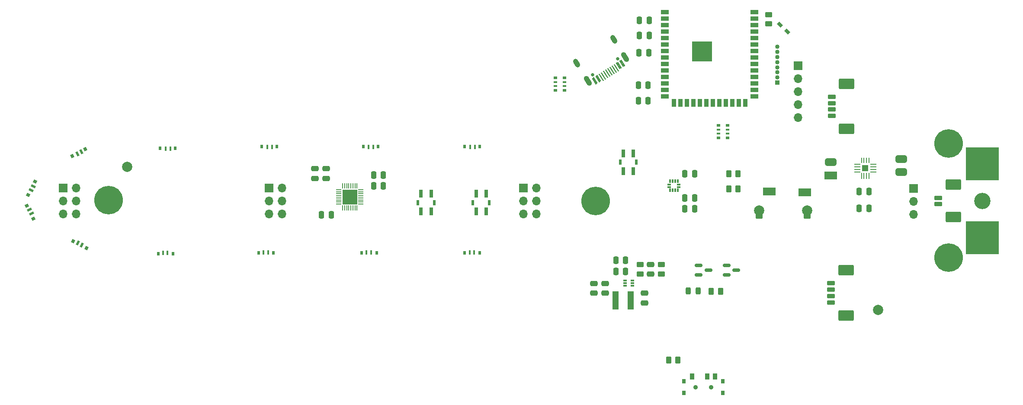
<source format=gbr>
%TF.GenerationSoftware,KiCad,Pcbnew,9.0.2*%
%TF.CreationDate,2025-06-18T16:04:02-05:00*%
%TF.ProjectId,NeoSword,4e656f53-776f-4726-942e-6b696361645f,rev?*%
%TF.SameCoordinates,Original*%
%TF.FileFunction,Soldermask,Top*%
%TF.FilePolarity,Negative*%
%FSLAX46Y46*%
G04 Gerber Fmt 4.6, Leading zero omitted, Abs format (unit mm)*
G04 Created by KiCad (PCBNEW 9.0.2) date 2025-06-18 16:04:02*
%MOMM*%
%LPD*%
G01*
G04 APERTURE LIST*
G04 Aperture macros list*
%AMRoundRect*
0 Rectangle with rounded corners*
0 $1 Rounding radius*
0 $2 $3 $4 $5 $6 $7 $8 $9 X,Y pos of 4 corners*
0 Add a 4 corners polygon primitive as box body*
4,1,4,$2,$3,$4,$5,$6,$7,$8,$9,$2,$3,0*
0 Add four circle primitives for the rounded corners*
1,1,$1+$1,$2,$3*
1,1,$1+$1,$4,$5*
1,1,$1+$1,$6,$7*
1,1,$1+$1,$8,$9*
0 Add four rect primitives between the rounded corners*
20,1,$1+$1,$2,$3,$4,$5,0*
20,1,$1+$1,$4,$5,$6,$7,0*
20,1,$1+$1,$6,$7,$8,$9,0*
20,1,$1+$1,$8,$9,$2,$3,0*%
%AMHorizOval*
0 Thick line with rounded ends*
0 $1 width*
0 $2 $3 position (X,Y) of the first rounded end (center of the circle)*
0 $4 $5 position (X,Y) of the second rounded end (center of the circle)*
0 Add line between two ends*
20,1,$1,$2,$3,$4,$5,0*
0 Add two circle primitives to create the rounded ends*
1,1,$1,$2,$3*
1,1,$1,$4,$5*%
%AMRotRect*
0 Rectangle, with rotation*
0 The origin of the aperture is its center*
0 $1 length*
0 $2 width*
0 $3 Rotation angle, in degrees counterclockwise*
0 Add horizontal line*
21,1,$1,$2,0,0,$3*%
%AMFreePoly0*
4,1,6,1.000000,0.000000,0.500000,-0.750000,-0.500000,-0.750000,-0.500000,0.750000,0.500000,0.750000,1.000000,0.000000,1.000000,0.000000,$1*%
%AMFreePoly1*
4,1,6,0.500000,-0.750000,-0.650000,-0.750000,-0.150000,0.000000,-0.650000,0.750000,0.500000,0.750000,0.500000,-0.750000,0.500000,-0.750000,$1*%
%AMFreePoly2*
4,1,23,0.500000,-0.750000,0.000000,-0.750000,0.000000,-0.745722,-0.065263,-0.745722,-0.191342,-0.711940,-0.304381,-0.646677,-0.396677,-0.554381,-0.461940,-0.441342,-0.495722,-0.315263,-0.495722,-0.250000,-0.500000,-0.250000,-0.500000,0.250000,-0.495722,0.250000,-0.495722,0.315263,-0.461940,0.441342,-0.396677,0.554381,-0.304381,0.646677,-0.191342,0.711940,-0.065263,0.745722,0.000000,0.745722,
0.000000,0.750000,0.500000,0.750000,0.500000,-0.750000,0.500000,-0.750000,$1*%
%AMFreePoly3*
4,1,23,0.000000,0.745722,0.065263,0.745722,0.191342,0.711940,0.304381,0.646677,0.396677,0.554381,0.461940,0.441342,0.495722,0.315263,0.495722,0.250000,0.500000,0.250000,0.500000,-0.250000,0.495722,-0.250000,0.495722,-0.315263,0.461940,-0.441342,0.396677,-0.554381,0.304381,-0.646677,0.191342,-0.711940,0.065263,-0.745722,0.000000,-0.745722,0.000000,-0.750000,-0.500000,-0.750000,
-0.500000,0.750000,0.000000,0.750000,0.000000,0.745722,0.000000,0.745722,$1*%
G04 Aperture macros list end*
%ADD10R,1.500000X0.900000*%
%ADD11R,0.900000X1.500000*%
%ADD12C,0.600000*%
%ADD13R,3.900000X3.900000*%
%ADD14FreePoly0,0.000000*%
%ADD15FreePoly1,0.000000*%
%ADD16RoundRect,0.250000X-0.250000X-0.475000X0.250000X-0.475000X0.250000X0.475000X-0.250000X0.475000X0*%
%ADD17R,1.700000X1.700000*%
%ADD18O,1.700000X1.700000*%
%ADD19RoundRect,0.250000X-0.450000X0.262500X-0.450000X-0.262500X0.450000X-0.262500X0.450000X0.262500X0*%
%ADD20C,0.650000*%
%ADD21RotRect,0.250000X1.400000X212.500000*%
%ADD22RotRect,0.220000X1.600000X212.500000*%
%ADD23HorizOval,1.000000X-0.295515X0.463865X0.295515X-0.463865X0*%
%ADD24HorizOval,1.000000X-0.214920X0.337357X0.214920X-0.337357X0*%
%ADD25R,0.600000X0.700000*%
%ADD26R,0.440000X0.900000*%
%ADD27RoundRect,0.243750X-0.243750X-0.456250X0.243750X-0.456250X0.243750X0.456250X-0.243750X0.456250X0*%
%ADD28R,0.500000X1.000000*%
%ADD29R,0.800000X1.500000*%
%ADD30C,2.000000*%
%ADD31RoundRect,0.202500X-0.472500X0.497500X-0.472500X-0.497500X0.472500X-0.497500X0.472500X0.497500X0*%
%ADD32C,5.600000*%
%ADD33RoundRect,0.250000X-0.475000X0.250000X-0.475000X-0.250000X0.475000X-0.250000X0.475000X0.250000X0*%
%ADD34C,3.200000*%
%ADD35RoundRect,0.250000X0.475000X-0.250000X0.475000X0.250000X-0.475000X0.250000X-0.475000X-0.250000X0*%
%ADD36RoundRect,0.062500X-0.512500X-0.062500X0.512500X-0.062500X0.512500X0.062500X-0.512500X0.062500X0*%
%ADD37RoundRect,0.062500X-0.062500X-0.512500X0.062500X-0.512500X0.062500X0.512500X-0.062500X0.512500X0*%
%ADD38RoundRect,0.062500X-0.062500X-0.487500X0.062500X-0.487500X0.062500X0.487500X-0.062500X0.487500X0*%
%ADD39R,1.230000X1.230000*%
%ADD40R,0.800000X0.500000*%
%ADD41R,0.800000X0.400000*%
%ADD42RoundRect,0.150000X-0.587500X-0.150000X0.587500X-0.150000X0.587500X0.150000X-0.587500X0.150000X0*%
%ADD43RoundRect,0.200000X0.600000X-0.200000X0.600000X0.200000X-0.600000X0.200000X-0.600000X-0.200000X0*%
%ADD44RoundRect,0.250001X1.249999X-0.799999X1.249999X0.799999X-1.249999X0.799999X-1.249999X-0.799999X0*%
%ADD45RoundRect,0.250000X-0.262500X-0.450000X0.262500X-0.450000X0.262500X0.450000X-0.262500X0.450000X0*%
%ADD46RoundRect,0.250000X0.262500X0.450000X-0.262500X0.450000X-0.262500X-0.450000X0.262500X-0.450000X0*%
%ADD47R,6.400000X6.400000*%
%ADD48R,0.850000X0.850000*%
%ADD49O,0.850000X0.850000*%
%ADD50RotRect,0.600000X0.700000X243.000000*%
%ADD51RotRect,0.440000X0.900000X243.000000*%
%ADD52RoundRect,0.250000X0.250000X0.475000X-0.250000X0.475000X-0.250000X-0.475000X0.250000X-0.475000X0*%
%ADD53R,0.375000X0.700000*%
%ADD54R,0.700000X0.350000*%
%ADD55R,0.350000X0.700000*%
%ADD56RotRect,0.600000X0.700000X332.000000*%
%ADD57RotRect,0.440000X0.900000X332.000000*%
%ADD58FreePoly0,180.000000*%
%ADD59FreePoly1,180.000000*%
%ADD60FreePoly2,0.000000*%
%ADD61FreePoly3,0.000000*%
%ADD62RotRect,1.000000X0.600000X315.000000*%
%ADD63RoundRect,0.087500X-0.250000X-0.087500X0.250000X-0.087500X0.250000X0.087500X-0.250000X0.087500X0*%
%ADD64C,0.900000*%
%ADD65R,0.900000X1.250000*%
%ADD66R,0.800000X0.900000*%
%ADD67RotRect,0.600000X0.700000X208.000000*%
%ADD68RotRect,0.440000X0.900000X208.000000*%
%ADD69RoundRect,0.050000X0.050000X-0.450000X0.050000X0.450000X-0.050000X0.450000X-0.050000X-0.450000X0*%
%ADD70RoundRect,0.050000X0.450000X-0.050000X0.450000X0.050000X-0.450000X0.050000X-0.450000X-0.050000X0*%
%ADD71R,2.900000X2.900000*%
%ADD72R,1.150000X3.600000*%
%ADD73RotRect,0.600000X0.700000X297.000000*%
%ADD74RotRect,0.440000X0.900000X297.000000*%
G04 APERTURE END LIST*
%TO.C,JP6*%
G36*
X212500000Y-103100000D02*
G01*
X214950000Y-103100000D01*
X214950000Y-104600000D01*
X212500000Y-104600000D01*
X212500000Y-103100000D01*
G37*
%TO.C,JP5*%
G36*
X219425000Y-103250000D02*
G01*
X221875000Y-103250000D01*
X221875000Y-104750000D01*
X219425000Y-104750000D01*
X219425000Y-103250000D01*
G37*
%TO.C,JP1*%
G36*
X226975000Y-101450000D02*
G01*
X224525000Y-101450000D01*
X224525000Y-99950000D01*
X226975000Y-99950000D01*
X226975000Y-101450000D01*
G37*
%TO.C,JP4*%
G36*
X225600000Y-97350000D02*
G01*
X225900000Y-97350000D01*
X225900000Y-98850000D01*
X225600000Y-98850000D01*
X225600000Y-97350000D01*
G37*
%TO.C,JP3*%
G36*
X239400000Y-96750000D02*
G01*
X239700000Y-96750000D01*
X239700000Y-98250000D01*
X239400000Y-98250000D01*
X239400000Y-96750000D01*
G37*
%TO.C,JP2*%
G36*
X239400000Y-99250000D02*
G01*
X239700000Y-99250000D01*
X239700000Y-100750000D01*
X239400000Y-100750000D01*
X239400000Y-99250000D01*
G37*
%TD*%
D10*
%TO.C,U1*%
X193250000Y-68680000D03*
X193250000Y-69950000D03*
X193250000Y-71220000D03*
X193250000Y-72490000D03*
X193250000Y-73760000D03*
X193250000Y-75030000D03*
X193250000Y-76300000D03*
X193250000Y-77570000D03*
X193250000Y-78840000D03*
X193250000Y-80110000D03*
X193250000Y-81380000D03*
X193250000Y-82650000D03*
X193250000Y-83920000D03*
X193250000Y-85190000D03*
D11*
X195015000Y-86440000D03*
X196285000Y-86440000D03*
X197555000Y-86440000D03*
X198825000Y-86440000D03*
X200095000Y-86440000D03*
X201365000Y-86440000D03*
X202635000Y-86440000D03*
X203905000Y-86440000D03*
X205175000Y-86440000D03*
X206445000Y-86440000D03*
X207715000Y-86440000D03*
X208985000Y-86440000D03*
D10*
X210750000Y-85190000D03*
X210750000Y-83920000D03*
X210750000Y-82650000D03*
X210750000Y-81380000D03*
X210750000Y-80110000D03*
X210750000Y-78840000D03*
X210750000Y-77570000D03*
X210750000Y-76300000D03*
X210750000Y-75030000D03*
X210750000Y-73760000D03*
X210750000Y-72490000D03*
X210750000Y-71220000D03*
X210750000Y-69950000D03*
X210750000Y-68680000D03*
D12*
X199100000Y-75700000D03*
X199100000Y-77100000D03*
X199800000Y-75000000D03*
X199800000Y-76400000D03*
X199800000Y-77800000D03*
X200500000Y-75700000D03*
D13*
X200500000Y-76400000D03*
D12*
X200500000Y-77100000D03*
X201200000Y-75000000D03*
X201200000Y-76400000D03*
X201200000Y-77800000D03*
X201900000Y-75700000D03*
X201900000Y-77100000D03*
%TD*%
D14*
%TO.C,JP6*%
X213000000Y-103850000D03*
D15*
X214450000Y-103850000D03*
%TD*%
D16*
%TO.C,C19*%
X197162500Y-105100000D03*
X199062500Y-105100000D03*
%TD*%
D14*
%TO.C,JP5*%
X219925000Y-104000000D03*
D15*
X221375000Y-104000000D03*
%TD*%
D17*
%TO.C,J10*%
X219300000Y-79200000D03*
D18*
X219300000Y-81740000D03*
X219300000Y-84280000D03*
X219300000Y-86820000D03*
X219300000Y-89360000D03*
%TD*%
D19*
%TO.C,R5*%
X213600000Y-69187500D03*
X213600000Y-71012500D03*
%TD*%
D17*
%TO.C,J7*%
X165600000Y-103161482D03*
D18*
X168140000Y-103161482D03*
X165600000Y-105701482D03*
X168140000Y-105701482D03*
X165600000Y-108241482D03*
X168140000Y-108241482D03*
%TD*%
D20*
%TO.C,J11*%
X184025050Y-77881807D03*
X179150248Y-80987399D03*
D21*
X185036685Y-78660152D03*
X184361972Y-79089992D03*
D22*
X183340379Y-79859387D03*
X182496986Y-80396688D03*
X182075291Y-80665337D03*
X183762073Y-79590739D03*
D21*
X180102845Y-81803354D03*
X179428133Y-82233194D03*
X179638979Y-82098870D03*
X180313693Y-81669030D03*
D22*
X180810204Y-81471287D03*
X181653593Y-80933988D03*
X182918683Y-80128038D03*
X181231900Y-81202636D03*
D21*
X184151125Y-79224318D03*
X184825837Y-78794477D03*
D23*
X185499750Y-77535165D03*
D24*
X183269956Y-74035092D03*
X175983055Y-78677358D03*
D23*
X178212848Y-82177433D03*
%TD*%
D16*
%TO.C,C8*%
X126050000Y-108400000D03*
X127950000Y-108400000D03*
%TD*%
D25*
%TO.C,D12*%
X134230000Y-95000000D03*
D26*
X135300000Y-95100000D03*
X136200000Y-95100000D03*
D25*
X137150000Y-95000000D03*
%TD*%
D27*
%TO.C,D1*%
X197862500Y-123350000D03*
X199737500Y-123350000D03*
%TD*%
D28*
%TO.C,SW4*%
X155703331Y-106008449D03*
X158903331Y-106008449D03*
D29*
X156303331Y-107758449D03*
X156303331Y-104258449D03*
X158303331Y-107758449D03*
X158303331Y-104258449D03*
%TD*%
D30*
%TO.C,J12*%
X221100000Y-107550000D03*
D31*
X221100000Y-108500000D03*
D30*
X211750000Y-107550000D03*
D31*
X211700000Y-108500000D03*
%TD*%
D32*
%TO.C,H1*%
X248800000Y-94400000D03*
%TD*%
D33*
%TO.C,C21*%
X190500000Y-118150000D03*
X190500000Y-120050000D03*
%TD*%
D34*
%TO.C,H3*%
X255400000Y-105686482D03*
%TD*%
D25*
%TO.C,D3*%
X136826666Y-115900000D03*
D26*
X135756666Y-115800000D03*
X134856666Y-115800000D03*
D25*
X133906666Y-115900000D03*
%TD*%
D35*
%TO.C,C22*%
X179400000Y-123750000D03*
X179400000Y-121850000D03*
%TD*%
D36*
%TO.C,U2*%
X230940000Y-98510000D03*
X230940000Y-99010000D03*
X230940000Y-99510000D03*
X230940000Y-100010000D03*
D37*
X231740000Y-100810000D03*
X232240000Y-100810000D03*
X232740000Y-100810000D03*
X233240000Y-100810000D03*
D36*
X234040000Y-100010000D03*
X234040000Y-99510000D03*
X234040000Y-99010000D03*
X234040000Y-98510000D03*
D38*
X233240000Y-97710000D03*
X232740000Y-97710000D03*
X232240000Y-97710000D03*
X231740000Y-97710000D03*
D39*
X232490000Y-99260000D03*
%TD*%
D35*
%TO.C,C4*%
X126970000Y-101280000D03*
X126970000Y-99380000D03*
%TD*%
D40*
%TO.C,RN1*%
X171800000Y-81600000D03*
D41*
X171800000Y-82400000D03*
X171800000Y-83200000D03*
D40*
X171800000Y-84000000D03*
X173600000Y-84000000D03*
D41*
X173600000Y-83200000D03*
X173600000Y-82400000D03*
D40*
X173600000Y-81600000D03*
%TD*%
D42*
%TO.C,Q2*%
X199900000Y-118300000D03*
X199900000Y-120200000D03*
X201775000Y-119250000D03*
%TD*%
D25*
%TO.C,D8*%
X94480000Y-95350000D03*
D26*
X95550000Y-95450000D03*
X96450000Y-95450000D03*
D25*
X97400000Y-95350000D03*
%TD*%
D43*
%TO.C,J6*%
X225925000Y-89025000D03*
X225925000Y-87775000D03*
X225925000Y-86525000D03*
X225925000Y-85275000D03*
D44*
X228825000Y-91575000D03*
X228825000Y-82725000D03*
%TD*%
D45*
%TO.C,R1*%
X202337500Y-123400000D03*
X204162500Y-123400000D03*
%TD*%
D16*
%TO.C,C7*%
X136250000Y-102750000D03*
X138150000Y-102750000D03*
%TD*%
D46*
%TO.C,R4*%
X195812500Y-136900000D03*
X193987500Y-136900000D03*
%TD*%
D45*
%TO.C,R7*%
X205775000Y-103350000D03*
X207600000Y-103350000D03*
%TD*%
D35*
%TO.C,C23*%
X181600000Y-123750000D03*
X181600000Y-121850000D03*
%TD*%
D47*
%TO.C,J1*%
X255400000Y-112936482D03*
X255400000Y-98436482D03*
%TD*%
D48*
%TO.C,J5*%
X215300000Y-82500000D03*
D49*
X215300000Y-81500000D03*
X215300000Y-80500000D03*
X215300000Y-79500000D03*
X215300000Y-78500000D03*
X215300000Y-77500000D03*
X215300000Y-76500000D03*
X215300000Y-75500000D03*
%TD*%
D43*
%TO.C,J3*%
X246800000Y-106325000D03*
X246800000Y-105075000D03*
D44*
X249700000Y-108875000D03*
X249700000Y-102525000D03*
%TD*%
D40*
%TO.C,RN4*%
X203750000Y-90925000D03*
D41*
X203750000Y-91725000D03*
X203750000Y-92525000D03*
D40*
X203750000Y-93325000D03*
X205550000Y-93325000D03*
D41*
X205550000Y-92525000D03*
X205550000Y-91725000D03*
D40*
X205550000Y-90925000D03*
%TD*%
D16*
%TO.C,C15*%
X188050000Y-83000000D03*
X189950000Y-83000000D03*
%TD*%
D50*
%TO.C,D10*%
X68621787Y-104513227D03*
D51*
X69196657Y-103605250D03*
X69605250Y-102803343D03*
D50*
X69947439Y-101911488D03*
%TD*%
D52*
%TO.C,C14*%
X185550000Y-119500000D03*
X183650000Y-119500000D03*
%TD*%
D30*
%TO.C,REF\u002A\u002A*%
X235000000Y-127000000D03*
%TD*%
D25*
%TO.C,D4*%
X116653333Y-115900000D03*
D26*
X115583333Y-115800000D03*
X114683333Y-115800000D03*
D25*
X113733333Y-115900000D03*
%TD*%
D16*
%TO.C,C13*%
X188300000Y-73300000D03*
X190200000Y-73300000D03*
%TD*%
D43*
%TO.C,J8*%
X225800000Y-125575000D03*
X225800000Y-124325000D03*
X225800000Y-123075000D03*
X225800000Y-121825000D03*
D44*
X228700000Y-128125000D03*
X228700000Y-119275000D03*
%TD*%
D53*
%TO.C,U4*%
X194287500Y-101775000D03*
D54*
X194125000Y-102450000D03*
X194125000Y-102950000D03*
D53*
X194287500Y-103625000D03*
D55*
X194800000Y-103625000D03*
X195300000Y-103625000D03*
D53*
X195812500Y-103625000D03*
D54*
X195975000Y-102950000D03*
X195975000Y-102450000D03*
D53*
X195812500Y-101775000D03*
D55*
X195300000Y-101775000D03*
X194800000Y-101775000D03*
%TD*%
D56*
%TO.C,D5*%
X80046947Y-114911705D03*
D57*
X79149141Y-114321076D03*
X78354488Y-113898551D03*
D56*
X77468740Y-113540848D03*
%TD*%
D17*
%TO.C,J2*%
X75460000Y-103161482D03*
D18*
X78000000Y-103161482D03*
X75460000Y-105701482D03*
X78000000Y-105701482D03*
X75460000Y-108241482D03*
X78000000Y-108241482D03*
%TD*%
D17*
%TO.C,J4*%
X115780000Y-103161482D03*
D18*
X118320000Y-103161482D03*
X115780000Y-105701482D03*
X118320000Y-105701482D03*
X115780000Y-108241482D03*
X118320000Y-108241482D03*
%TD*%
D16*
%TO.C,C17*%
X197162500Y-100350000D03*
X199062500Y-100350000D03*
%TD*%
D58*
%TO.C,JP1*%
X226475000Y-100700000D03*
D59*
X225025000Y-100700000D03*
%TD*%
D60*
%TO.C,JP4*%
X225100000Y-98100000D03*
D61*
X226400000Y-98100000D03*
%TD*%
D16*
%TO.C,C3*%
X231300000Y-107100000D03*
X233200000Y-107100000D03*
%TD*%
D25*
%TO.C,D2*%
X157000000Y-115900000D03*
D26*
X155930000Y-115800000D03*
X155030000Y-115800000D03*
D25*
X154080000Y-115900000D03*
%TD*%
D32*
%TO.C,H2*%
X248800000Y-116800000D03*
%TD*%
D62*
%TO.C,D14*%
X215797182Y-71126472D03*
X217211396Y-72540686D03*
%TD*%
D28*
%TO.C,SW1*%
X184500000Y-98100000D03*
X187700000Y-98100000D03*
D29*
X185100000Y-99850000D03*
X185100000Y-96350000D03*
X187100000Y-99850000D03*
X187100000Y-96350000D03*
%TD*%
D25*
%TO.C,D7*%
X97000000Y-116000000D03*
D26*
X95930000Y-115900000D03*
X95030000Y-115900000D03*
D25*
X94080000Y-116000000D03*
%TD*%
D32*
%TO.C,H4*%
X84400000Y-105500000D03*
%TD*%
D45*
%TO.C,R6*%
X205775000Y-100400000D03*
X207600000Y-100400000D03*
%TD*%
D16*
%TO.C,C1*%
X188200000Y-76700000D03*
X190100000Y-76700000D03*
%TD*%
D19*
%TO.C,R2*%
X192600000Y-118187500D03*
X192600000Y-120012500D03*
%TD*%
D33*
%TO.C,C20*%
X189300000Y-123750000D03*
X189300000Y-125650000D03*
%TD*%
D60*
%TO.C,JP3*%
X238900000Y-97500000D03*
D61*
X240200000Y-97500000D03*
%TD*%
D32*
%TO.C,H5*%
X179700000Y-105700000D03*
%TD*%
D28*
%TO.C,SW3*%
X144903331Y-106008449D03*
X148103331Y-106008449D03*
D29*
X145503331Y-107758449D03*
X145503331Y-104258449D03*
X147503331Y-107758449D03*
X147503331Y-104258449D03*
%TD*%
D63*
%TO.C,U6*%
X185450000Y-121300000D03*
X185450000Y-121800000D03*
X185450000Y-122300000D03*
X186875000Y-122300000D03*
X186875000Y-121800000D03*
X186875000Y-121300000D03*
%TD*%
D64*
%TO.C,SW5*%
X202305000Y-142175000D03*
X199305000Y-142175000D03*
D65*
X203055000Y-140050000D03*
X201555000Y-140050000D03*
X198555000Y-140050000D03*
D66*
X204605000Y-143325000D03*
X204605000Y-141025000D03*
X197005000Y-143325000D03*
X196995000Y-141025000D03*
%TD*%
D52*
%TO.C,C9*%
X185550000Y-117300000D03*
X183650000Y-117300000D03*
%TD*%
D67*
%TO.C,D9*%
X77246510Y-96898370D03*
D68*
X78238211Y-96484331D03*
X79032864Y-96061806D03*
D67*
X79824718Y-95527513D03*
%TD*%
D16*
%TO.C,C2*%
X231300000Y-103800000D03*
X233200000Y-103800000D03*
%TD*%
D69*
%TO.C,U3*%
X130200000Y-107050000D03*
X130600000Y-107050000D03*
X131000000Y-107050000D03*
X131400000Y-107050000D03*
X131800000Y-107050000D03*
X132200000Y-107050000D03*
X132600000Y-107050000D03*
X133000000Y-107050000D03*
D70*
X133750000Y-106300000D03*
X133750000Y-105900000D03*
X133750000Y-105500000D03*
X133750000Y-105100000D03*
X133750000Y-104700000D03*
X133750000Y-104300000D03*
X133750000Y-103900000D03*
X133750000Y-103500000D03*
D69*
X133000000Y-102750000D03*
X132600000Y-102750000D03*
X132200000Y-102750000D03*
X131800000Y-102750000D03*
X131400000Y-102750000D03*
X131000000Y-102750000D03*
X130600000Y-102750000D03*
X130200000Y-102750000D03*
D70*
X129450000Y-103500000D03*
X129450000Y-103900000D03*
X129450000Y-104300000D03*
X129450000Y-104700000D03*
X129450000Y-105100000D03*
X129450000Y-105500000D03*
X129450000Y-105900000D03*
X129450000Y-106300000D03*
D71*
X131600000Y-104900000D03*
%TD*%
D16*
%TO.C,C16*%
X188050000Y-86100000D03*
X189950000Y-86100000D03*
%TD*%
D60*
%TO.C,JP2*%
X238900000Y-100000000D03*
D61*
X240200000Y-100000000D03*
%TD*%
D35*
%TO.C,C5*%
X124720000Y-101280000D03*
X124720000Y-99380000D03*
%TD*%
D72*
%TO.C,L1*%
X186575000Y-125200000D03*
X183625000Y-125200000D03*
%TD*%
D19*
%TO.C,R3*%
X188400000Y-118187500D03*
X188400000Y-120012500D03*
%TD*%
D25*
%TO.C,D11*%
X114380000Y-95000000D03*
D26*
X115450000Y-95100000D03*
X116350000Y-95100000D03*
D25*
X117300000Y-95000000D03*
%TD*%
D16*
%TO.C,C18*%
X197162500Y-107250000D03*
X199062500Y-107250000D03*
%TD*%
D42*
%TO.C,Q1*%
X205362500Y-118287500D03*
X205362500Y-120187500D03*
X207237500Y-119237500D03*
%TD*%
D17*
%TO.C,J9*%
X241900000Y-103260000D03*
D18*
X241900000Y-105800000D03*
X241900000Y-108340000D03*
%TD*%
D30*
%TO.C,REF\u002A\u002A*%
X88000000Y-99000000D03*
%TD*%
D16*
%TO.C,C6*%
X136250000Y-100600000D03*
X138150000Y-100600000D03*
%TD*%
D73*
%TO.C,D6*%
X69678600Y-109195433D03*
D74*
X69281932Y-108196657D03*
X68873339Y-107394750D03*
D73*
X68352948Y-106593695D03*
%TD*%
D25*
%TO.C,D13*%
X154080000Y-95000000D03*
D26*
X155150000Y-95100000D03*
X156050000Y-95100000D03*
D25*
X157000000Y-95000000D03*
%TD*%
D16*
%TO.C,C12*%
X188300000Y-70290000D03*
X190200000Y-70290000D03*
%TD*%
M02*

</source>
